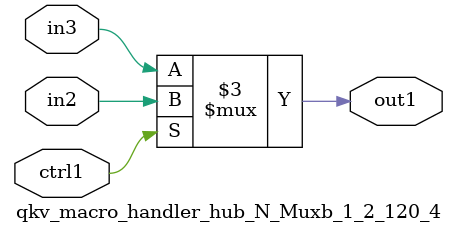
<source format=v>

`timescale 1ps / 1ps


module qkv_macro_handler_hub_N_Muxb_1_2_120_4( in3, in2, ctrl1, out1 );

    input in3;
    input in2;
    input ctrl1;
    output out1;
    reg out1;

    
    // rtl_process:qkv_macro_handler_hub_N_Muxb_1_2_120_4/qkv_macro_handler_hub_N_Muxb_1_2_120_4_thread_1
    always @*
      begin : qkv_macro_handler_hub_N_Muxb_1_2_120_4_thread_1
        case (ctrl1) 
          1'b1: 
            begin
              out1 = in2;
            end
          default: 
            begin
              out1 = in3;
            end
        endcase
      end

endmodule





</source>
